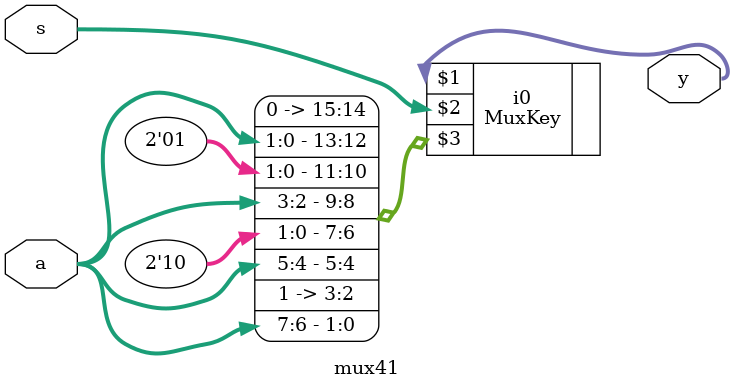
<source format=v>
module mux41(a,s,y);
  input  [7:0] a;
  input  [1:0] s;
  output [1:0] y;
  
  MuxKey #(4, 2, 2) i0 (y, s, {
    2'b00, a[1:0],
    2'b01, a[3:2],
    2'b10, a[5:4],
    2'b11, a[7:6]
  });
endmodule
</source>
